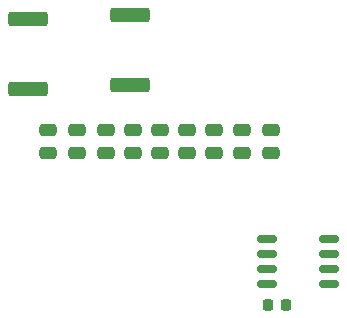
<source format=gbr>
%TF.GenerationSoftware,KiCad,Pcbnew,(6.0.6)*%
%TF.CreationDate,2022-10-05T22:51:16+08:00*%
%TF.ProjectId,rm_foc_driver,726d5f66-6f63-45f6-9472-697665722e6b,rev?*%
%TF.SameCoordinates,Original*%
%TF.FileFunction,Paste,Bot*%
%TF.FilePolarity,Positive*%
%FSLAX46Y46*%
G04 Gerber Fmt 4.6, Leading zero omitted, Abs format (unit mm)*
G04 Created by KiCad (PCBNEW (6.0.6)) date 2022-10-05 22:51:16*
%MOMM*%
%LPD*%
G01*
G04 APERTURE LIST*
G04 Aperture macros list*
%AMRoundRect*
0 Rectangle with rounded corners*
0 $1 Rounding radius*
0 $2 $3 $4 $5 $6 $7 $8 $9 X,Y pos of 4 corners*
0 Add a 4 corners polygon primitive as box body*
4,1,4,$2,$3,$4,$5,$6,$7,$8,$9,$2,$3,0*
0 Add four circle primitives for the rounded corners*
1,1,$1+$1,$2,$3*
1,1,$1+$1,$4,$5*
1,1,$1+$1,$6,$7*
1,1,$1+$1,$8,$9*
0 Add four rect primitives between the rounded corners*
20,1,$1+$1,$2,$3,$4,$5,0*
20,1,$1+$1,$4,$5,$6,$7,0*
20,1,$1+$1,$6,$7,$8,$9,0*
20,1,$1+$1,$8,$9,$2,$3,0*%
G04 Aperture macros list end*
%ADD10RoundRect,0.250000X-0.475000X0.250000X-0.475000X-0.250000X0.475000X-0.250000X0.475000X0.250000X0*%
%ADD11RoundRect,0.225000X-0.225000X-0.250000X0.225000X-0.250000X0.225000X0.250000X-0.225000X0.250000X0*%
%ADD12RoundRect,0.150000X-0.675000X-0.150000X0.675000X-0.150000X0.675000X0.150000X-0.675000X0.150000X0*%
%ADD13RoundRect,0.250000X-1.425000X0.362500X-1.425000X-0.362500X1.425000X-0.362500X1.425000X0.362500X0*%
G04 APERTURE END LIST*
D10*
%TO.C,C33*%
X153370000Y-89857000D03*
X153370000Y-91757000D03*
%TD*%
D11*
%TO.C,C16*%
X162547000Y-104648000D03*
X164097000Y-104648000D03*
%TD*%
D10*
%TO.C,C24*%
X143891000Y-89855000D03*
X143891000Y-91755000D03*
%TD*%
%TO.C,C26*%
X148798000Y-89857000D03*
X148798000Y-91757000D03*
%TD*%
%TO.C,C29*%
X160355000Y-89857000D03*
X160355000Y-91757000D03*
%TD*%
D12*
%TO.C,U7*%
X162475000Y-102870000D03*
X162475000Y-101600000D03*
X162475000Y-100330000D03*
X162475000Y-99060000D03*
X167725000Y-99060000D03*
X167725000Y-100330000D03*
X167725000Y-101600000D03*
X167725000Y-102870000D03*
%TD*%
D13*
%TO.C,R10*%
X142240000Y-80476500D03*
X142240000Y-86401500D03*
%TD*%
%TO.C,R11*%
X150876000Y-80095500D03*
X150876000Y-86020500D03*
%TD*%
D10*
%TO.C,C30*%
X157942000Y-89857000D03*
X157942000Y-91757000D03*
%TD*%
%TO.C,C32*%
X151084000Y-89857000D03*
X151084000Y-91757000D03*
%TD*%
%TO.C,C27*%
X162768000Y-89857000D03*
X162768000Y-91757000D03*
%TD*%
%TO.C,C25*%
X146385000Y-89857000D03*
X146385000Y-91757000D03*
%TD*%
%TO.C,C31*%
X155656000Y-89857000D03*
X155656000Y-91757000D03*
%TD*%
M02*

</source>
